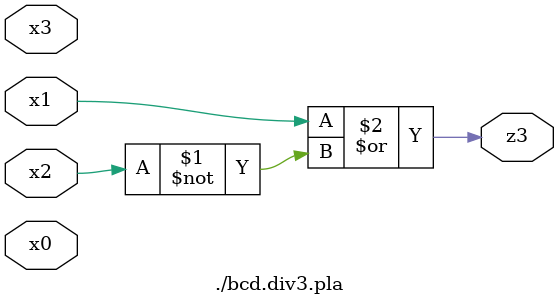
<source format=v>

module \./bcd.div3.pla  ( 
    x0, x1, x2, x3,
    z3  );
  input  x0, x1, x2, x3;
  output z3;
  assign z3 = x1 | ~x2;
endmodule



</source>
